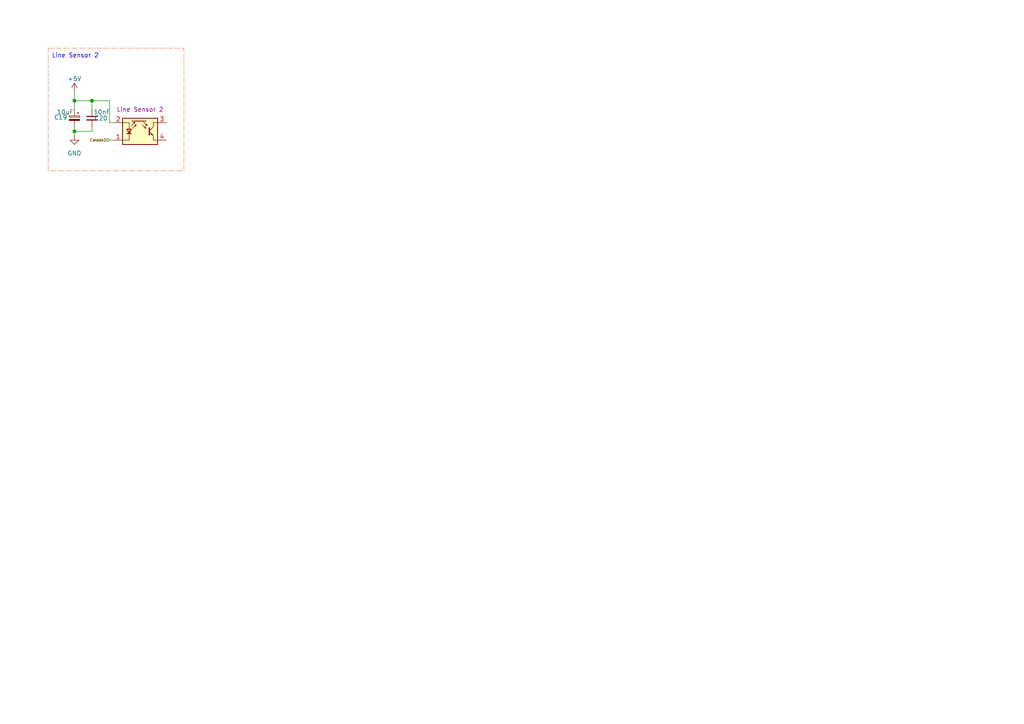
<source format=kicad_sch>
(kicad_sch (version 20231120) (generator "eeschema") (generator_version "8.0")
  (paper "A4")
  (lib_symbols
    (symbol "Device:C_Polarized_Small" (pin_numbers hide) (pin_names (offset 0.254) hide)
      (property "Reference" "C" (at 0.254 1.778 0))
      (property "Value" "C_Polarized_Small" (at 0.254 -2.032 0))
      (symbol "C_Polarized_Small_0_1"
        (rectangle (start -1.524 -0.3048) (end 1.524 -0.6858) (fill (type outline)))
        (rectangle (start -1.524 0.6858) (end 1.524 0.3048))
        (polyline (pts (xy -1.27 1.524) (xy -0.762 1.524)))
        (polyline (pts (xy -1.016 1.27) (xy -1.016 1.778)))
      )
      (symbol "C_Polarized_Small_1_1"
        (pin passive line (at 0 2.54 270) (length 1.8542) (name "~") (number "1"))
        (pin passive line (at 0 -2.54 90) (length 1.8542) (name "~") (number "2"))
      )
    )
    (symbol "Device:C_Small" (pin_numbers hide) (pin_names (offset 0.254) hide)
      (property "Reference" "C" (at 0.254 1.778 0))
      (property "Value" "C_Small" (at 0.254 -2.032 0))
      (symbol "C_Small_0_1"
        (polyline (pts (xy -1.524 -0.508) (xy 1.524 -0.508)) (stroke (width 0.3302)))
        (polyline (pts (xy -1.524 0.508) (xy 1.524 0.508)) (stroke (width 0.3048)))
      )
      (symbol "C_Small_1_1"
        (pin passive line (at 0 2.54 270) (length 2.032) (name "~") (number "1"))
        (pin passive line (at 0 -2.54 90) (length 2.032) (name "~") (number "2"))
      )
    )
    (symbol "Sensor_Proximity:ITR8307-S17-TR8" (pin_names (offset 0.0254) hide)
      (property "Reference" "U" (at -3.81 5.08 0))
      (property "Value" "ITR8307-S17-TR8" (at 15.24 5.08 0))
      (symbol "ITR8307-S17-TR8_0_1"
        (polyline (pts (xy -3.81 -0.635) (xy -2.54 -0.635)) (stroke (width 0.254)))
        (polyline (pts (xy -2.286 2.921) (xy -2.032 3.175)))
        (polyline (pts (xy -1.778 2.921) (xy -1.524 3.175)))
        (polyline (pts (xy -1.524 2.667) (xy -1.651 2.159)))
        (polyline (pts (xy -1.27 2.921) (xy -1.016 3.175)))
        (polyline (pts (xy -1.143 1.905) (xy -1.27 1.397)))
        (polyline (pts (xy -0.762 2.921) (xy -0.508 3.175)))
        (polyline (pts (xy -0.254 2.921) (xy 0 3.175)))
        (polyline (pts (xy 0.254 2.921) (xy 0.508 3.175)))
        (polyline (pts (xy 0.762 2.921) (xy 1.016 3.175)))
        (polyline (pts (xy 1.27 2.921) (xy 1.524 3.175)))
        (polyline (pts (xy 1.651 0.889) (xy 1.143 1.016)))
        (polyline (pts (xy 1.778 2.921) (xy -2.413 2.921)))
        (polyline (pts (xy 2.032 1.651) (xy 1.524 1.778)))
        (polyline (pts (xy 2.667 -0.127) (xy 3.81 -1.27)))
        (polyline (pts (xy 2.667 0.127) (xy 3.81 1.27)))
        (polyline (pts (xy -2.54 1.651) (xy -1.524 2.667) (xy -2.032 2.54)))
        (polyline (pts (xy -2.159 0.889) (xy -1.143 1.905) (xy -1.651 1.778)))
        (polyline (pts (xy 0.635 1.905) (xy 1.651 0.889) (xy 1.524 1.397)))
        (polyline (pts (xy 1.016 2.667) (xy 2.032 1.651) (xy 1.905 2.159)))
        (polyline (pts (xy 2.667 1.016) (xy 2.667 -1.016) (xy 2.667 -1.016)) (stroke (width 0.3556)))
        (polyline (pts (xy 3.81 -1.27) (xy 3.81 -2.54) (xy 5.08 -2.54)))
        (polyline (pts (xy 3.81 1.27) (xy 3.81 2.54) (xy 5.08 2.54)))
        (polyline (pts (xy -5.08 -2.54) (xy -3.175 -2.54) (xy -3.175 2.54) (xy -5.08 2.54)))
        (polyline (pts (xy -3.175 -0.635) (xy -3.81 0.635) (xy -2.54 0.635) (xy -3.175 -0.635)) (stroke (width 0.254)))
        (polyline (pts (xy 3.683 -1.143) (xy 3.429 -0.635) (xy 3.175 -0.889) (xy 3.683 -1.143)))
        (polyline (pts (xy -5.08 -3.81) (xy 5.08 -3.81) (xy 5.08 3.81) (xy -5.08 3.81) (xy -5.08 -3.81)) (stroke (width 0.254)) (fill (type background)))
      )
      (symbol "ITR8307-S17-TR8_1_1"
        (pin passive line (at -7.62 -2.54 0) (length 2.54) (name "K") (number "1"))
        (pin passive line (at -7.62 2.54 0) (length 2.54) (name "A") (number "2"))
        (pin open_collector line (at 7.62 2.54 180) (length 2.54) (name "~") (number "3"))
        (pin open_emitter line (at 7.62 -2.54 180) (length 2.54) (name "~") (number "4"))
      )
    )
    (symbol "power:+5V" (power) (pin_numbers hide) (pin_names (offset 0) hide)
      (property "Value" "+5V" (at 0 3.556 0))
      (symbol "+5V_0_1"
        (polyline (pts (xy -0.762 1.27) (xy 0 2.54)))
        (polyline (pts (xy 0 0) (xy 0 2.54)))
        (polyline (pts (xy 0 2.54) (xy 0.762 1.27)))
      )
      (symbol "+5V_1_1"
        (pin power_in line (at 0 0 90) (length 0) (name "~") (number "1"))
      )
    )
    (symbol "power:GND" (power) (pin_numbers hide) (pin_names (offset 0) hide)
      (property "Value" "GND" (at 0 -3.81 0))
      (symbol "GND_0_1"
        (polyline (pts (xy 0 0) (xy 0 -1.27) (xy 1.27 -1.27) (xy 0 -2.54) (xy -1.27 -1.27) (xy 0 -1.27)))
      )
      (symbol "GND_1_1"
        (pin power_in line (at 0 0 270) (length 0) (name "~") (number "1"))
      )
    )
  )
  (junction (at 21.59 38.1))
  (junction (at 21.59 29.21))
  (junction (at 26.67 29.21))
  (wire (pts (xy 21.59 29.21) (xy 21.59 31.75)))
  (wire (pts (xy 21.59 26.67) (xy 21.59 29.21)))
  (wire (pts (xy 26.67 38.1) (xy 21.59 38.1)))
  (wire (pts (xy 26.67 29.21) (xy 31.75 29.21)))
  (wire (pts (xy 31.75 29.21) (xy 31.75 35.56)))
  (wire (pts (xy 26.67 36.83) (xy 26.67 38.1)))
  (wire (pts (xy 21.59 36.83) (xy 21.59 38.1)))
  (wire (pts (xy 21.59 38.1) (xy 21.59 39.37)))
  (wire (pts (xy 26.67 29.21) (xy 21.59 29.21)))
  (wire (pts (xy 31.75 35.56) (xy 33.02 35.56)))
  (wire (pts (xy 26.67 29.21) (xy 26.67 31.75)))
  (wire (pts (xy 31.75 40.64) (xy 33.02 40.64)))
  (rectangle (start 13.97 13.97) (end 53.34 49.53) (stroke (width 0) (type dash) (color 255 133 81 1)))
  (text "Line Sensor 2\n\n" (at 21.844 17.272 0) (effects (font (size 1.27 1.27))))
  (hierarchical_label "Catode2" (shape input) (at 31.75 40.64 180) (effects (font (size 0.762 0.762))))
  (symbol (lib_id "power:GND") (at 21.59 39.37 0) (mirror y) (unit 1)
    (property "Reference" "#PWR034" (effects (hide yes)))
    (property "Value" "GND" (at 21.59 44.45 0))
    (property "Description" "Power symbol creates a global label with name \"GND\" , ground" (effects (hide yes)))
  )
  (symbol (lib_id "power:+5V") (at 21.59 26.67 0) (unit 1)
    (property "Reference" "#PWR033" (effects (hide yes)))
    (property "Value" "+5V" (at 21.59 22.86 0))
    (property "Description" "Power symbol creates a global label with name \"+5V\"" (effects (hide yes)))
  )
  (symbol (lib_id "Device:C_Small") (at 26.67 34.29 0) (mirror y) (unit 1)
    (property "Reference" "C20" (at 31.242 34.29 0) (effects (justify left)))
    (property "Value" "10nF" (at 32.004 32.512 0) (effects (justify left)))
    (property "Description" "Unpolarized capacitor, small symbol" (effects (hide yes)))
  )
  (symbol (lib_id "Sensor_Proximity:ITR8307-S17-TR8") (at 40.64 38.1 0) (unit 1)
    (property "Reference" "U10" (effects (hide yes)))
    (property "Value" "ITR8307-S17-TR8" (effects (hide yes)))
    (property "Footprint" "OptoDevice:Everlight_ITR1201SR10AR" (effects (hide yes)))
    (property "Datasheet" "https://datasheet.lcsc.com/szlcsc/1810010232_Everlight-Elec-ITR8307-S17-TR8-B_C81632.pdf" (effects (hide yes)))
    (property "Description" "Line Sensor 2" (at 40.64 31.75 0))
  )
  (symbol (lib_id "Device:C_Polarized_Small") (at 21.59 34.29 0) (mirror y) (unit 1)
    (property "Reference" "C19" (at 19.558 34.036 0) (effects (justify left)))
    (property "Value" "10uF" (at 21.336 32.512 0) (effects (justify left)))
    (property "Description" "Polarized capacitor, small symbol" (effects (hide yes)))
  )
)
</source>
